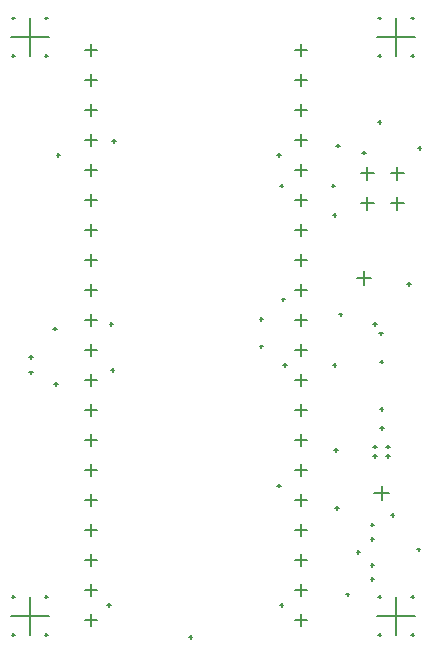
<source format=gbr>
%TF.GenerationSoftware,Altium Limited,Altium Designer,25.5.2 (35)*%
G04 Layer_Color=128*
%FSLAX45Y45*%
%MOMM*%
%TF.SameCoordinates,04C475F5-62FD-4A33-8D44-780EF8A6E366*%
%TF.FilePolarity,Positive*%
%TF.FileFunction,Drillmap*%
%TF.Part,Single*%
G01*
G75*
%TA.AperFunction,NonConductor*%
%ADD55C,0.12700*%
D55*
X3067000Y3160000D02*
X3187000D01*
X3127000Y3100000D02*
Y3220000D01*
X3217000Y1340000D02*
X3337000D01*
X3277000Y1280000D02*
Y1400000D01*
X770000Y5088000D02*
X870000D01*
X820000Y5038000D02*
Y5138000D01*
X2548000Y262000D02*
X2648000D01*
X2598000Y212000D02*
Y312000D01*
X2548000Y516000D02*
X2648000D01*
X2598000Y466000D02*
Y566000D01*
X2548000Y770000D02*
X2648000D01*
X2598000Y720000D02*
Y820000D01*
X2548000Y1024000D02*
X2648000D01*
X2598000Y974000D02*
Y1074000D01*
X2548000Y1278000D02*
X2648000D01*
X2598000Y1228000D02*
Y1328000D01*
X2548000Y1532000D02*
X2648000D01*
X2598000Y1482000D02*
Y1582000D01*
X2548000Y1786000D02*
X2648000D01*
X2598000Y1736000D02*
Y1836000D01*
X2548000Y2040000D02*
X2648000D01*
X2598000Y1990000D02*
Y2090000D01*
X2548000Y2294000D02*
X2648000D01*
X2598000Y2244000D02*
Y2344000D01*
X2548000Y2548000D02*
X2648000D01*
X2598000Y2498000D02*
Y2598000D01*
X2548000Y2802000D02*
X2648000D01*
X2598000Y2752000D02*
Y2852000D01*
X2548000Y3056000D02*
X2648000D01*
X2598000Y3006000D02*
Y3106000D01*
X2548000Y3310000D02*
X2648000D01*
X2598000Y3260000D02*
Y3360000D01*
X2548000Y3564000D02*
X2648000D01*
X2598000Y3514000D02*
Y3614000D01*
X2548000Y3818000D02*
X2648000D01*
X2598000Y3768000D02*
Y3868000D01*
X2548000Y4072000D02*
X2648000D01*
X2598000Y4022000D02*
Y4122000D01*
X2548000Y4326000D02*
X2648000D01*
X2598000Y4276000D02*
Y4376000D01*
X2548000Y4580000D02*
X2648000D01*
X2598000Y4530000D02*
Y4630000D01*
X2548000Y4834000D02*
X2648000D01*
X2598000Y4784000D02*
Y4884000D01*
X2548000Y5088000D02*
X2648000D01*
X2598000Y5038000D02*
Y5138000D01*
X770000Y262000D02*
X870000D01*
X820000Y212000D02*
Y312000D01*
X770000Y516000D02*
X870000D01*
X820000Y466000D02*
Y566000D01*
X770000Y770000D02*
X870000D01*
X820000Y720000D02*
Y820000D01*
X770000Y1024000D02*
X870000D01*
X820000Y974000D02*
Y1074000D01*
X770000Y1278000D02*
X870000D01*
X820000Y1228000D02*
Y1328000D01*
X770000Y1532000D02*
X870000D01*
X820000Y1482000D02*
Y1582000D01*
X770000Y1786000D02*
X870000D01*
X820000Y1736000D02*
Y1836000D01*
X770000Y2040000D02*
X870000D01*
X820000Y1990000D02*
Y2090000D01*
X770000Y2294000D02*
X870000D01*
X820000Y2244000D02*
Y2344000D01*
X770000Y2548000D02*
X870000D01*
X820000Y2498000D02*
Y2598000D01*
X770000Y2802000D02*
X870000D01*
X820000Y2752000D02*
Y2852000D01*
X770000Y3056000D02*
X870000D01*
X820000Y3006000D02*
Y3106000D01*
X770000Y3310000D02*
X870000D01*
X820000Y3260000D02*
Y3360000D01*
X770000Y3564000D02*
X870000D01*
X820000Y3514000D02*
Y3614000D01*
X770000Y3818000D02*
X870000D01*
X820000Y3768000D02*
Y3868000D01*
X770000Y4072000D02*
X870000D01*
X820000Y4022000D02*
Y4122000D01*
X770000Y4326000D02*
X870000D01*
X820000Y4276000D02*
Y4376000D01*
X770000Y4580000D02*
X870000D01*
X820000Y4530000D02*
Y4630000D01*
X770000Y4834000D02*
X870000D01*
X820000Y4784000D02*
Y4884000D01*
X3240000Y5200000D02*
X3560000D01*
X3400000Y5040000D02*
Y5360000D01*
X140000Y300000D02*
X460000D01*
X300000Y140000D02*
Y460000D01*
X140000Y5200000D02*
X460000D01*
X300000Y5040000D02*
Y5360000D01*
X3240000Y300000D02*
X3560000D01*
X3400000Y140000D02*
Y460000D01*
X3101000Y3790000D02*
X3211000D01*
X3156000Y3735000D02*
Y3845000D01*
X3101000Y4044000D02*
X3211000D01*
X3156000Y3989000D02*
Y4099000D01*
X3355000Y3790000D02*
X3465000D01*
X3410000Y3735000D02*
Y3845000D01*
X3355000Y4044000D02*
X3465000D01*
X3410000Y3989000D02*
Y4099000D01*
X3205000Y2770000D02*
X3235000D01*
X3220000Y2755000D02*
Y2785000D01*
X2245000Y2580000D02*
X2275000D01*
X2260000Y2565000D02*
Y2595000D01*
X2245000Y2810000D02*
X2275000D01*
X2260000Y2795000D02*
Y2825000D01*
X2430803Y2976678D02*
X2460803D01*
X2445803Y2961678D02*
Y2991678D01*
X3575000Y860000D02*
X3605000D01*
X3590000Y845000D02*
Y875000D01*
X505000Y2260000D02*
X535000D01*
X520000Y2245000D02*
Y2275000D01*
X495000Y2730000D02*
X525000D01*
X510000Y2715000D02*
Y2745000D01*
X975000Y2770000D02*
X1005000D01*
X990000Y2755000D02*
Y2785000D01*
X985000Y2380000D02*
X1015000D01*
X1000000Y2365000D02*
Y2395000D01*
X525000Y4200000D02*
X555000D01*
X540000Y4185000D02*
Y4215000D01*
X2895000Y4280000D02*
X2925000D01*
X2910000Y4265000D02*
Y4295000D01*
X3115000Y4220000D02*
X3145000D01*
X3130000Y4205000D02*
Y4235000D01*
X2855000Y3940000D02*
X2885000D01*
X2870000Y3925000D02*
Y3955000D01*
X2865000Y3690000D02*
X2895000D01*
X2880000Y3675000D02*
Y3705000D01*
X2445000Y2420000D02*
X2475000D01*
X2460000Y2405000D02*
Y2435000D01*
X2865000Y2420000D02*
X2895000D01*
X2880000Y2405000D02*
Y2435000D01*
X2875000Y1700000D02*
X2905000D01*
X2890000Y1685000D02*
Y1715000D01*
X2885000Y1210000D02*
X2915000D01*
X2900000Y1195000D02*
Y1225000D01*
X955000Y390000D02*
X985000D01*
X970000Y375000D02*
Y405000D01*
X2415000Y390000D02*
X2445000D01*
X2430000Y375000D02*
Y405000D01*
X2975000Y480000D02*
X3005000D01*
X2990000Y465000D02*
Y495000D01*
X3065000Y840000D02*
X3095000D01*
X3080000Y825000D02*
Y855000D01*
X3265000Y1890000D02*
X3295000D01*
X3280000Y1875000D02*
Y1905000D01*
X3262000Y2050000D02*
X3292000D01*
X3277000Y2035000D02*
Y2065000D01*
X3262000Y2450000D02*
X3292000D01*
X3277000Y2435000D02*
Y2465000D01*
X3255000Y2690000D02*
X3285000D01*
X3270000Y2675000D02*
Y2705000D01*
X3495000Y3110000D02*
X3525000D01*
X3510000Y3095000D02*
Y3125000D01*
X3585000Y4260000D02*
X3615000D01*
X3600000Y4245000D02*
Y4275000D01*
X3245000Y4480000D02*
X3275000D01*
X3260000Y4465000D02*
Y4495000D01*
X1645000Y120000D02*
X1675000D01*
X1660000Y105000D02*
Y135000D01*
X2395000Y1400000D02*
X2425000D01*
X2410000Y1385000D02*
Y1415000D01*
X995000Y4320000D02*
X1025000D01*
X1010000Y4305000D02*
Y4335000D01*
X2415000Y3940000D02*
X2445000D01*
X2430000Y3925000D02*
Y3955000D01*
X2395000Y4200000D02*
X2425000D01*
X2410000Y4185000D02*
Y4215000D01*
X295000Y2490000D02*
X325000D01*
X310000Y2475000D02*
Y2505000D01*
X295000Y2360000D02*
X325000D01*
X310000Y2345000D02*
Y2375000D01*
X3355000Y1150000D02*
X3385000D01*
X3370000Y1135000D02*
Y1165000D01*
X3205000Y1650000D02*
X3235000D01*
X3220000Y1635000D02*
Y1665000D01*
X3205000Y1730000D02*
X3235000D01*
X3220000Y1715000D02*
Y1745000D01*
X3315000Y1650000D02*
X3345000D01*
X3330000Y1635000D02*
Y1665000D01*
X3185000Y1070000D02*
X3215000D01*
X3200000Y1055000D02*
Y1085000D01*
X3185000Y950000D02*
X3215000D01*
X3200000Y935000D02*
Y965000D01*
X3315091Y1729971D02*
X3345091D01*
X3330091Y1714971D02*
Y1744971D01*
X3185000Y730000D02*
X3215000D01*
X3200000Y715000D02*
Y745000D01*
X3185000Y610000D02*
X3215000D01*
X3200000Y595000D02*
Y625000D01*
X2915000Y2850000D02*
X2945000D01*
X2930000Y2835000D02*
Y2865000D01*
X3247500Y5040000D02*
X3272500D01*
X3260000Y5027500D02*
Y5052500D01*
X3527500Y5040000D02*
X3552500D01*
X3540000Y5027500D02*
Y5052500D01*
X3527500Y5360000D02*
X3552500D01*
X3540000Y5347500D02*
Y5372500D01*
X3247500Y5360000D02*
X3272500D01*
X3260000Y5347500D02*
Y5372500D01*
X147500Y140000D02*
X172500D01*
X160000Y127500D02*
Y152500D01*
X427500Y140000D02*
X452500D01*
X440000Y127500D02*
Y152500D01*
X427500Y460000D02*
X452500D01*
X440000Y447500D02*
Y472500D01*
X147500Y460000D02*
X172500D01*
X160000Y447500D02*
Y472500D01*
X147500Y5040000D02*
X172500D01*
X160000Y5027500D02*
Y5052500D01*
X427500Y5040000D02*
X452500D01*
X440000Y5027500D02*
Y5052500D01*
X427500Y5360000D02*
X452500D01*
X440000Y5347500D02*
Y5372500D01*
X147500Y5360000D02*
X172500D01*
X160000Y5347500D02*
Y5372500D01*
X3247500Y140000D02*
X3272500D01*
X3260000Y127500D02*
Y152500D01*
X3527500Y140000D02*
X3552500D01*
X3540000Y127500D02*
Y152500D01*
X3527500Y460000D02*
X3552500D01*
X3540000Y447500D02*
Y472500D01*
X3247500Y460000D02*
X3272500D01*
X3260000Y447500D02*
Y472500D01*
%TF.MD5,0ac8151a08705a66f5cf821a3f84bdd5*%
M02*

</source>
